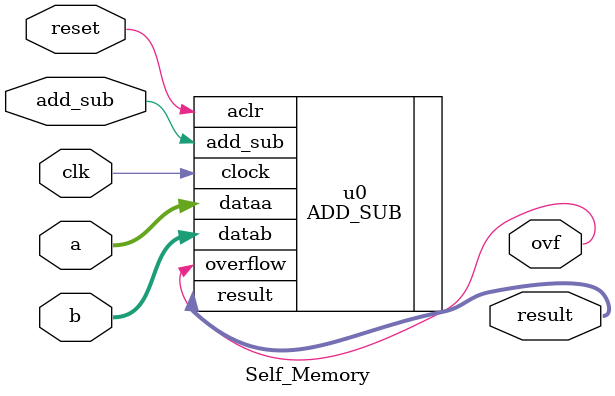
<source format=v>
module Self_Memory(clk,reset,add_sub,a,b,result,ovf);  //¸ðµâ ¼±¾ðºÎ

 input clk,reset,add_sub;  //ÀÔÃâ·Â ¼±¾ðºÎ
 input [7:0]a,b;  //ÇÇ¿¬»êÀÚ
 
 output [7:0]result;  //¿¬»ê °ª
 output ovf;  //Ä³¸® ¹ß»ý ¿©ºÎ
 
 ADD_SUB u0(.clock(clk),.aclr(reset),.dataa(a),.datab(b),.add_sub(add_sub),.result(result),.overflow(ovf));
  
endmodule

</source>
